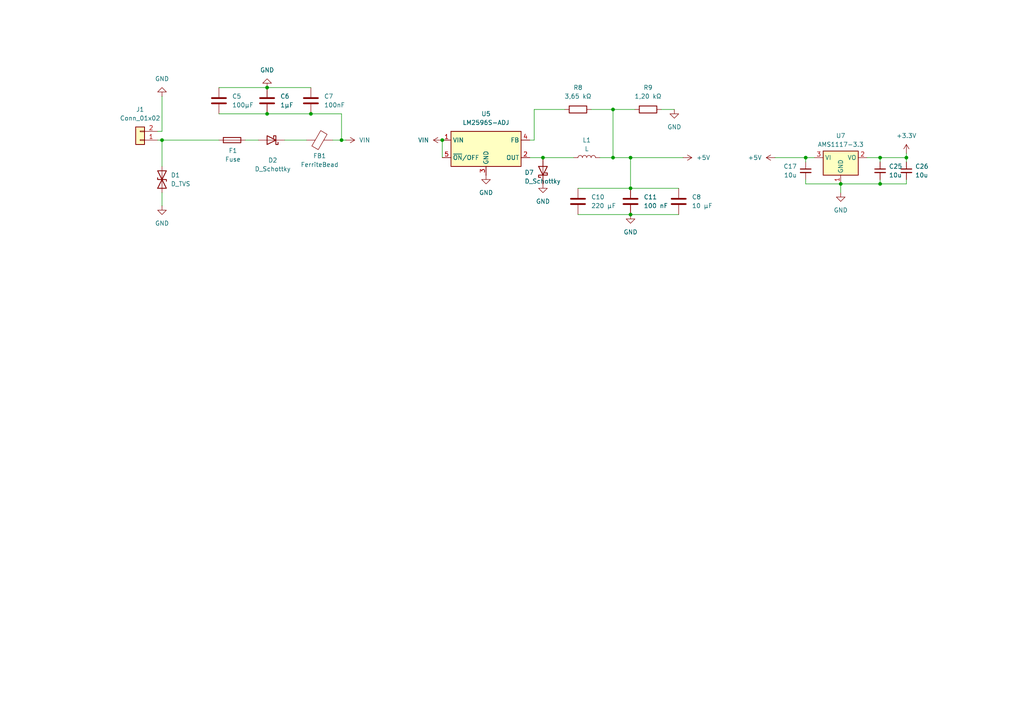
<source format=kicad_sch>
(kicad_sch (version 20250114) (generator "eeschema") (generator_version "9.0")
  (paper "A4")
  (lib_symbols
    (symbol "Connector_Generic:Conn_01x02" (pin_names (offset 1.016) (hide yes))
      (property "Reference" "J" (at 0 2.54 0))
      (property "Value" "Conn_01x02" (at 0 -5.08 0))
      (symbol "Conn_01x02_1_1"
        (rectangle (start -1.27 1.27) (end 1.27 -3.81) (stroke (width 0.254)) (fill (type background)))
        (rectangle (start -1.27 0.127) (end 0 -0.127) (stroke (width 0.1524)))
        (rectangle (start -1.27 -2.413) (end 0 -2.667) (stroke (width 0.1524)))
        (pin passive line (at -5.08 0 0) (length 3.81) (name "Pin_1") (number "1"))
        (pin passive line (at -5.08 -2.54 0) (length 3.81) (name "Pin_2") (number "2"))
      )
    )
    (symbol "Device:C" (pin_numbers (hide yes)) (pin_names (offset 0.254))
      (property "Reference" "C" (at 0.635 2.54 0))
      (property "Value" "C" (at 0.635 -2.54 0))
      (symbol "C_0_1"
        (polyline (pts (xy -2.032 0.762) (xy 2.032 0.762)) (stroke (width 0.508)))
        (polyline (pts (xy -2.032 -0.762) (xy 2.032 -0.762)) (stroke (width 0.508)))
      )
      (symbol "C_1_1"
        (pin passive line (at 0 3.81 270) (length 2.794) (name "~") (number "1"))
        (pin passive line (at 0 -3.81 90) (length 2.794) (name "~") (number "2"))
      )
    )
    (symbol "Device:C_Small" (pin_numbers (hide yes)) (pin_names (offset 0.254) (hide yes))
      (property "Reference" "C" (at 0.254 1.778 0))
      (property "Value" "C_Small" (at 0.254 -2.032 0))
      (symbol "C_Small_0_1"
        (polyline (pts (xy -1.524 0.508) (xy 1.524 0.508)) (stroke (width 0.3048)))
        (polyline (pts (xy -1.524 -0.508) (xy 1.524 -0.508)) (stroke (width 0.3302)))
      )
      (symbol "C_Small_1_1"
        (pin passive line (at 0 2.54 270) (length 2.032) (name "~") (number "1"))
        (pin passive line (at 0 -2.54 90) (length 2.032) (name "~") (number "2"))
      )
    )
    (symbol "Device:D_Schottky" (pin_numbers (hide yes)) (pin_names (offset 1.016) (hide yes))
      (property "Reference" "D" (at 0 2.54 0))
      (property "Value" "D_Schottky" (at 0 -2.54 0))
      (symbol "D_Schottky_0_1"
        (polyline (pts (xy -1.905 0.635) (xy -1.905 1.27) (xy -1.27 1.27) (xy -1.27 -1.27) (xy -0.635 -1.27) (xy -0.635 -0.635)) (stroke (width 0.254)))
        (polyline (pts (xy 1.27 1.27) (xy 1.27 -1.27) (xy -1.27 0) (xy 1.27 1.27)) (stroke (width 0.254)))
        (polyline (pts (xy 1.27 0) (xy -1.27 0)))
      )
      (symbol "D_Schottky_1_1"
        (pin passive line (at -3.81 0 0) (length 2.54) (name "K") (number "1"))
        (pin passive line (at 3.81 0 180) (length 2.54) (name "A") (number "2"))
      )
    )
    (symbol "Device:D_TVS" (pin_numbers (hide yes)) (pin_names (offset 1.016) (hide yes))
      (property "Reference" "D" (at 0 2.54 0))
      (property "Value" "D_TVS" (at 0 -2.54 0))
      (symbol "D_TVS_0_1"
        (polyline (pts (xy -2.54 1.27) (xy -2.54 -1.27) (xy 2.54 1.27) (xy 2.54 -1.27) (xy -2.54 1.27)) (stroke (width 0.254)))
        (polyline (pts (xy 0.508 1.27) (xy 0 1.27) (xy 0 -1.27) (xy -0.508 -1.27)) (stroke (width 0.254)))
        (polyline (pts (xy 1.27 0) (xy -1.27 0)))
      )
      (symbol "D_TVS_1_1"
        (pin passive line (at -3.81 0 0) (length 2.54) (name "A1") (number "1"))
        (pin passive line (at 3.81 0 180) (length 2.54) (name "A2") (number "2"))
      )
    )
    (symbol "Device:FerriteBead" (pin_numbers (hide yes)) (pin_names (offset 0))
      (property "Reference" "FB" (at -3.81 0.635 90))
      (property "Value" "FerriteBead" (at 3.81 0 90))
      (symbol "FerriteBead_0_1"
        (polyline (pts (xy -2.7686 0.4064) (xy -1.7018 2.2606) (xy 2.7686 -0.3048) (xy 1.6764 -2.159) (xy -2.7686 0.4064)))
        (polyline (pts (xy 0 1.27) (xy 0 1.2954)))
        (polyline (pts (xy 0 -1.27) (xy 0 -1.2192)))
      )
      (symbol "FerriteBead_1_1"
        (pin passive line (at 0 3.81 270) (length 2.54) (name "~") (number "1"))
        (pin passive line (at 0 -3.81 90) (length 2.54) (name "~") (number "2"))
      )
    )
    (symbol "Device:Fuse" (pin_numbers (hide yes)) (pin_names (offset 0))
      (property "Reference" "F" (at 2.032 0 90))
      (property "Value" "Fuse" (at -1.905 0 90))
      (symbol "Fuse_0_1"
        (rectangle (start -0.762 -2.54) (end 0.762 2.54) (stroke (width 0.254)))
        (polyline (pts (xy 0 2.54) (xy 0 -2.54)))
      )
      (symbol "Fuse_1_1"
        (pin passive line (at 0 3.81 270) (length 1.27) (name "~") (number "1"))
        (pin passive line (at 0 -3.81 90) (length 1.27) (name "~") (number "2"))
      )
    )
    (symbol "Device:L" (pin_numbers (hide yes)) (pin_names (offset 1.016) (hide yes))
      (property "Reference" "L" (at -1.27 0 90))
      (property "Value" "L" (at 1.905 0 90))
      (symbol "L_0_1"
        (arc (start 0 2.54) (mid 0.6323 1.905) (end 0 1.27))
        (arc (start 0 1.27) (mid 0.6323 0.635) (end 0 0))
        (arc (start 0 0) (mid 0.6323 -0.635) (end 0 -1.27))
        (arc (start 0 -1.27) (mid 0.6323 -1.905) (end 0 -2.54))
      )
      (symbol "L_1_1"
        (pin passive line (at 0 3.81 270) (length 1.27) (name "1") (number "1"))
        (pin passive line (at 0 -3.81 90) (length 1.27) (name "2") (number "2"))
      )
    )
    (symbol "Device:R" (pin_numbers (hide yes)) (pin_names (offset 0))
      (property "Reference" "R" (at 2.032 0 90))
      (property "Value" "R" (at 0 0 90))
      (symbol "R_0_1"
        (rectangle (start -1.016 -2.54) (end 1.016 2.54) (stroke (width 0.254)))
      )
      (symbol "R_1_1"
        (pin passive line (at 0 3.81 270) (length 1.27) (name "~") (number "1"))
        (pin passive line (at 0 -3.81 90) (length 1.27) (name "~") (number "2"))
      )
    )
    (symbol "Regulator_Linear:AMS1117-3.3"
      (property "Reference" "U" (at -3.81 3.175 0))
      (property "Value" "AMS1117-3.3" (at 0 3.175 0))
      (symbol "AMS1117-3.3_0_1"
        (rectangle (start -5.08 -5.08) (end 5.08 1.905) (stroke (width 0.254)) (fill (type background)))
      )
      (symbol "AMS1117-3.3_1_1"
        (pin power_in line (at -7.62 0 0) (length 2.54) (name "VI") (number "3"))
        (pin power_in line (at 0 -7.62 90) (length 2.54) (name "GND") (number "1"))
        (pin power_out line (at 7.62 0 180) (length 2.54) (name "VO") (number "2"))
      )
    )
    (symbol "Regulator_Switching:LM2596S-ADJ"
      (property "Reference" "U" (at -10.16 6.35 0))
      (property "Value" "LM2596S-ADJ" (at 0 6.35 0))
      (symbol "LM2596S-ADJ_0_1"
        (rectangle (start -10.16 5.08) (end 10.16 -5.08) (stroke (width 0.254)) (fill (type background)))
      )
      (symbol "LM2596S-ADJ_1_1"
        (pin power_in line (at -12.7 2.54 0) (length 2.54) (name "VIN") (number "1"))
        (pin input line (at -12.7 -2.54 0) (length 2.54) (name "~{ON}/OFF") (number "5"))
        (pin power_in line (at 0 -7.62 90) (length 2.54) (name "GND") (number "3"))
        (pin input line (at 12.7 2.54 180) (length 2.54) (name "FB") (number "4"))
        (pin output line (at 12.7 -2.54 180) (length 2.54) (name "OUT") (number "2"))
      )
    )
    (symbol "power:+3.3V" (power) (pin_numbers (hide yes)) (pin_names (offset 0) (hide yes))
      (property "Value" "+3.3V" (at 0 3.556 0))
      (symbol "+3.3V_0_1"
        (polyline (pts (xy -0.762 1.27) (xy 0 2.54)))
        (polyline (pts (xy 0 2.54) (xy 0.762 1.27)))
        (polyline (pts (xy 0 0) (xy 0 2.54)))
      )
      (symbol "+3.3V_1_1"
        (pin power_in line (at 0 0 90) (length 0) (name "~") (number "1"))
      )
    )
    (symbol "power:+5V" (power) (pin_numbers (hide yes)) (pin_names (offset 0) (hide yes))
      (property "Value" "+5V" (at 0 3.556 0))
      (symbol "+5V_0_1"
        (polyline (pts (xy -0.762 1.27) (xy 0 2.54)))
        (polyline (pts (xy 0 2.54) (xy 0.762 1.27)))
        (polyline (pts (xy 0 0) (xy 0 2.54)))
      )
      (symbol "+5V_1_1"
        (pin power_in line (at 0 0 90) (length 0) (name "~") (number "1"))
      )
    )
    (symbol "power:GND" (power) (pin_numbers (hide yes)) (pin_names (offset 0) (hide yes))
      (property "Value" "GND" (at 0 -3.81 0))
      (symbol "GND_0_1"
        (polyline (pts (xy 0 0) (xy 0 -1.27) (xy 1.27 -1.27) (xy 0 -2.54) (xy -1.27 -1.27) (xy 0 -1.27)))
      )
      (symbol "GND_1_1"
        (pin power_in line (at 0 0 270) (length 0) (name "~") (number "1"))
      )
    )
    (symbol "power:VCC" (power) (pin_numbers (hide yes)) (pin_names (offset 0) (hide yes))
      (property "Value" "VCC" (at 0 3.556 0))
      (symbol "VCC_0_1"
        (polyline (pts (xy -0.762 1.27) (xy 0 2.54)))
        (polyline (pts (xy 0 2.54) (xy 0.762 1.27)))
        (polyline (pts (xy 0 0) (xy 0 2.54)))
      )
      (symbol "VCC_1_1"
        (pin power_in line (at 0 0 90) (length 0) (name "~") (number "1"))
      )
    )
  )
  (junction (at 99.06 40.64))
  (junction (at 182.88 45.72))
  (junction (at 90.17 33.02))
  (junction (at 243.84 53.34))
  (junction (at 262.89 45.72))
  (junction (at 255.27 53.34))
  (junction (at 177.8 45.72))
  (junction (at 182.88 62.23))
  (junction (at 128.27 40.64))
  (junction (at 177.8 31.75))
  (junction (at 46.99 40.64))
  (junction (at 157.48 45.72))
  (junction (at 77.47 33.02))
  (junction (at 233.68 45.72))
  (junction (at 77.47 25.4))
  (junction (at 255.27 45.72))
  (junction (at 182.88 54.61))
  (wire (pts (xy 177.8 45.72) (xy 182.88 45.72)))
  (wire (pts (xy 99.06 33.02) (xy 99.06 40.64)))
  (wire (pts (xy 167.64 54.61) (xy 182.88 54.61)))
  (wire (pts (xy 262.89 46.99) (xy 262.89 45.72)))
  (wire (pts (xy 173.99 45.72) (xy 177.8 45.72)))
  (wire (pts (xy 171.45 31.75) (xy 177.8 31.75)))
  (wire (pts (xy 63.5 25.4) (xy 77.47 25.4)))
  (wire (pts (xy 46.99 40.64) (xy 63.5 40.64)))
  (wire (pts (xy 262.89 44.45) (xy 262.89 45.72)))
  (wire (pts (xy 157.48 45.72) (xy 153.67 45.72)))
  (wire (pts (xy 182.88 45.72) (xy 182.88 54.61)))
  (wire (pts (xy 71.12 40.64) (xy 74.93 40.64)))
  (wire (pts (xy 46.99 55.88) (xy 46.99 59.69)))
  (wire (pts (xy 45.72 40.64) (xy 46.99 40.64)))
  (wire (pts (xy 46.99 27.94) (xy 46.99 38.1)))
  (wire (pts (xy 243.84 53.34) (xy 243.84 55.88)))
  (wire (pts (xy 77.47 33.02) (xy 90.17 33.02)))
  (wire (pts (xy 233.68 52.07) (xy 233.68 53.34)))
  (wire (pts (xy 46.99 40.64) (xy 46.99 48.26)))
  (wire (pts (xy 167.64 62.23) (xy 182.88 62.23)))
  (wire (pts (xy 255.27 45.72) (xy 262.89 45.72)))
  (wire (pts (xy 96.52 40.64) (xy 99.06 40.64)))
  (wire (pts (xy 128.27 40.64) (xy 128.27 45.72)))
  (wire (pts (xy 90.17 33.02) (xy 99.06 33.02)))
  (wire (pts (xy 157.48 45.72) (xy 166.37 45.72)))
  (wire (pts (xy 233.68 46.99) (xy 233.68 45.72)))
  (wire (pts (xy 233.68 45.72) (xy 236.22 45.72)))
  (wire (pts (xy 177.8 31.75) (xy 184.15 31.75)))
  (wire (pts (xy 255.27 53.34) (xy 262.89 53.34)))
  (wire (pts (xy 182.88 62.23) (xy 196.85 62.23)))
  (wire (pts (xy 243.84 53.34) (xy 255.27 53.34)))
  (wire (pts (xy 163.83 31.75) (xy 154.94 31.75)))
  (wire (pts (xy 255.27 46.99) (xy 255.27 45.72)))
  (wire (pts (xy 182.88 45.72) (xy 198.12 45.72)))
  (wire (pts (xy 182.88 54.61) (xy 196.85 54.61)))
  (wire (pts (xy 224.79 45.72) (xy 233.68 45.72)))
  (wire (pts (xy 63.5 33.02) (xy 77.47 33.02)))
  (wire (pts (xy 45.72 38.1) (xy 46.99 38.1)))
  (wire (pts (xy 77.47 25.4) (xy 90.17 25.4)))
  (wire (pts (xy 251.46 45.72) (xy 255.27 45.72)))
  (wire (pts (xy 154.94 40.64) (xy 153.67 40.64)))
  (wire (pts (xy 255.27 53.34) (xy 255.27 52.07)))
  (wire (pts (xy 177.8 31.75) (xy 177.8 45.72)))
  (wire (pts (xy 262.89 52.07) (xy 262.89 53.34)))
  (wire (pts (xy 154.94 31.75) (xy 154.94 40.64)))
  (wire (pts (xy 191.77 31.75) (xy 195.58 31.75)))
  (wire (pts (xy 99.06 40.64) (xy 100.33 40.64)))
  (wire (pts (xy 233.68 53.34) (xy 243.84 53.34)))
  (wire (pts (xy 82.55 40.64) (xy 88.9 40.64)))
  (symbol (lib_id "power:GND") (at 195.58 31.75 0) (unit 1)
    (property "Reference" "#PWR010" (effects (hide yes)))
    (property "Value" "GND" (at 195.58 36.83 0))
    (property "Description" "Power symbol creates a global label with name \"GND\" , ground" (effects (hide yes)))
  )
  (symbol (lib_id "Device:C") (at 63.5 29.21 0) (unit 1)
    (property "Reference" "C5" (at 67.31 27.9399 0) (effects (justify left)))
    (property "Value" "100µF" (at 67.31 30.4799 0) (effects (justify left)))
    (property "Footprint" "Capacitor_SMD:C_0805_2012Metric" (effects (hide yes)))
    (property "Description" "Unpolarized capacitor" (effects (hide yes)))
  )
  (symbol (lib_id "Device:C_Small") (at 233.68 49.53 0) (unit 1)
    (property "Reference" "C17" (at 231.14 48.2662 0) (effects (justify right)))
    (property "Value" "10u" (at 231.14 50.8062 0) (effects (justify right)))
    (property "Footprint" "Capacitor_SMD:C_0805_2012Metric" (effects (hide yes)))
    (property "Description" "Unpolarized capacitor, small symbol" (effects (hide yes)))
    (property "LCSC Part" "C15850" (effects (hide yes)))
  )
  (symbol (lib_id "Device:C") (at 167.64 58.42 0) (unit 1)
    (property "Reference" "C10" (at 171.45 57.1499 0) (effects (justify left)))
    (property "Value" "220 µF" (at 171.45 59.6899 0) (effects (justify left)))
    (property "Footprint" "Capacitor_SMD:C_0805_2012Metric" (effects (hide yes)))
    (property "Description" "Unpolarized capacitor" (effects (hide yes)))
  )
  (symbol (lib_id "power:VCC") (at 128.27 40.64 90) (unit 1)
    (property "Reference" "#PWR09" (effects (hide yes)))
    (property "Value" "VIN" (at 124.46 40.6399 90) (effects (justify left)))
    (property "Description" "Power symbol creates a global label with name \"VCC\"" (effects (hide yes)))
  )
  (symbol (lib_id "Device:C") (at 90.17 29.21 0) (unit 1)
    (property "Reference" "C7" (at 93.98 27.9399 0) (effects (justify left)))
    (property "Value" "100nF" (at 93.98 30.4799 0) (effects (justify left)))
    (property "Footprint" "Capacitor_SMD:C_0805_2012Metric" (effects (hide yes)))
    (property "Description" "Unpolarized capacitor" (effects (hide yes)))
  )
  (symbol (lib_id "power:VCC") (at 100.33 40.64 270) (unit 1)
    (property "Reference" "#PWR08" (effects (hide yes)))
    (property "Value" "VIN" (at 104.14 40.6399 90) (effects (justify left)))
    (property "Description" "Power symbol creates a global label with name \"VCC\"" (effects (hide yes)))
  )
  (symbol (lib_id "power:+5V") (at 224.79 45.72 90) (unit 1)
    (property "Reference" "#PWR019" (effects (hide yes)))
    (property "Value" "+5V" (at 220.98 45.7199 90) (effects (justify left)))
    (property "Description" "Power symbol creates a global label with name \"+5V\"" (effects (hide yes)))
  )
  (symbol (lib_id "power:GND") (at 140.97 50.8 0) (unit 1)
    (property "Reference" "#PWR07" (effects (hide yes)))
    (property "Value" "GND" (at 140.97 55.88 0))
    (property "Description" "Power symbol creates a global label with name \"GND\" , ground" (effects (hide yes)))
  )
  (symbol (lib_id "Regulator_Switching:LM2596S-ADJ") (at 140.97 43.18 0) (unit 1)
    (property "Reference" "U5" (at 140.97 33.02 0))
    (property "Value" "LM2596S-ADJ" (at 140.97 35.56 0))
    (property "Footprint" "Package_TO_SOT_SMD:TO-263-5_TabPin3" (effects (hide yes)))
    (property "Datasheet" "http://www.ti.com/lit/ds/symlink/lm2596.pdf" (effects (hide yes)))
    (property "Description" "Adjustable 3A Step-Down Voltage Regulator, TO-263" (effects (hide yes)))
  )
  (symbol (lib_id "Device:R") (at 167.64 31.75 270) (unit 1)
    (property "Reference" "R8" (at 167.64 25.4 90))
    (property "Value" "3,65 kΩ" (at 167.64 27.94 90))
    (property "Footprint" "Resistor_SMD:R_0805_2012Metric" (effects (hide yes)))
    (property "Description" "Resistor" (effects (hide yes)))
  )
  (symbol (lib_id "Regulator_Linear:AMS1117-3.3") (at 243.84 45.72 0) (unit 1)
    (property "Reference" "U7" (at 243.84 39.37 0))
    (property "Value" "AMS1117-3.3" (at 243.84 41.91 0))
    (property "Footprint" "Package_TO_SOT_SMD:SOT-223-3_TabPin2" (effects (hide yes)))
    (property "Datasheet" "http://www.advanced-monolithic.com/pdf/ds1117.pdf" (effects (hide yes)))
    (property "Description" "1A Low Dropout regulator, positive, 3.3V fixed output, SOT-223" (effects (hide yes)))
    (property "LCSC Part" "C347222" (effects (hide yes)))
  )
  (symbol (lib_id "power:+5V") (at 198.12 45.72 270) (unit 1)
    (property "Reference" "#PWR06" (effects (hide yes)))
    (property "Value" "+5V" (at 201.93 45.7199 90) (effects (justify left)))
    (property "Description" "Power symbol creates a global label with name \"+5V\"" (effects (hide yes)))
  )
  (symbol (lib_id "power:+3.3V") (at 262.89 44.45 0) (unit 1)
    (property "Reference" "#PWR01" (effects (hide yes)))
    (property "Value" "+3.3V" (at 262.89 39.37 0))
    (property "Description" "Power symbol creates a global label with name \"+3.3V\"" (effects (hide yes)))
  )
  (symbol (lib_id "Device:C") (at 196.85 58.42 0) (unit 1)
    (property "Reference" "C8" (at 200.66 57.1499 0) (effects (justify left)))
    (property "Value" "10 µF" (at 200.66 59.6899 0) (effects (justify left)))
    (property "Footprint" "Capacitor_SMD:C_0805_2012Metric" (effects (hide yes)))
    (property "Description" "Unpolarized capacitor" (effects (hide yes)))
  )
  (symbol (lib_id "Device:L") (at 170.18 45.72 90) (unit 1)
    (property "Reference" "L1" (at 170.18 40.64 90))
    (property "Value" "L" (at 170.18 43.18 90))
    (property "Footprint" "Inductor_SMD:L_Bourns_SRN6045TA" (effects (hide yes)))
    (property "Description" "Inductor" (effects (hide yes)))
  )
  (symbol (lib_id "Device:C") (at 77.47 29.21 0) (unit 1)
    (property "Reference" "C6" (at 81.28 27.9399 0) (effects (justify left)))
    (property "Value" "1µF" (at 81.28 30.4799 0) (effects (justify left)))
    (property "Footprint" "Capacitor_SMD:C_0805_2012Metric" (effects (hide yes)))
    (property "Description" "Unpolarized capacitor" (effects (hide yes)))
  )
  (symbol (lib_id "Device:D_Schottky") (at 78.74 40.64 180) (unit 1)
    (property "Reference" "D2" (at 79.1083 46.482 0))
    (property "Value" "D_Schottky" (at 79.1083 49.022 0))
    (property "Footprint" "Diode_SMD:D_SMA" (effects (hide yes)))
    (property "Description" "Schottky diode" (effects (hide yes)))
  )
  (symbol (lib_id "Device:C") (at 182.88 58.42 0) (unit 1)
    (property "Reference" "C11" (at 186.69 57.1499 0) (effects (justify left)))
    (property "Value" "100 nF" (at 186.69 59.6899 0) (effects (justify left)))
    (property "Footprint" "Capacitor_SMD:C_0805_2012Metric" (effects (hide yes)))
    (property "Description" "Unpolarized capacitor" (effects (hide yes)))
  )
  (symbol (lib_id "power:GND") (at 243.84 55.88 0) (unit 1)
    (property "Reference" "#PWR017" (effects (hide yes)))
    (property "Value" "GND" (at 243.84 60.96 0))
    (property "Description" "Power symbol creates a global label with name \"GND\" , ground" (effects (hide yes)))
  )
  (symbol (lib_id "power:GND") (at 46.99 59.69 0) (unit 1)
    (property "Reference" "#PWR04" (effects (hide yes)))
    (property "Value" "GND" (at 46.99 64.77 0))
    (property "Description" "Power symbol creates a global label with name \"GND\" , ground" (effects (hide yes)))
  )
  (symbol (lib_id "power:GND") (at 157.48 53.34 0) (unit 1)
    (property "Reference" "#PWR016" (effects (hide yes)))
    (property "Value" "GND" (at 157.48 58.42 0))
    (property "Description" "Power symbol creates a global label with name \"GND\" , ground" (effects (hide yes)))
  )
  (symbol (lib_id "Device:C_Small") (at 255.27 49.53 0) (unit 1)
    (property "Reference" "C25" (at 257.81 48.2662 0) (effects (justify left)))
    (property "Value" "10u" (at 257.81 50.8062 0) (effects (justify left)))
    (property "Footprint" "Capacitor_SMD:C_0805_2012Metric" (effects (hide yes)))
    (property "Description" "Unpolarized capacitor, small symbol" (effects (hide yes)))
    (property "LCSC Part" "C15850" (effects (hide yes)))
  )
  (symbol (lib_id "Device:R") (at 187.96 31.75 90) (unit 1)
    (property "Reference" "R9" (at 187.96 25.4 90))
    (property "Value" "1,20 kΩ" (at 187.96 27.94 90))
    (property "Footprint" "Resistor_SMD:R_0805_2012Metric" (effects (hide yes)))
    (property "Description" "Resistor" (effects (hide yes)))
  )
  (symbol (lib_id "Device:C_Small") (at 262.89 49.53 0) (unit 1)
    (property "Reference" "C26" (at 265.43 48.2662 0) (effects (justify left)))
    (property "Value" "10u" (at 265.43 50.8062 0) (effects (justify left)))
    (property "Footprint" "Capacitor_SMD:C_0805_2012Metric" (effects (hide yes)))
    (property "Description" "Unpolarized capacitor, small symbol" (effects (hide yes)))
    (property "LCSC Part" "C15850" (effects (hide yes)))
  )
  (symbol (lib_id "power:GND") (at 182.88 62.23 0) (unit 1)
    (property "Reference" "#PWR014" (effects (hide yes)))
    (property "Value" "GND" (at 182.88 67.31 0))
    (property "Description" "Power symbol creates a global label with name \"GND\" , ground" (effects (hide yes)))
  )
  (symbol (lib_id "Device:Fuse") (at 67.31 40.64 90) (unit 1)
    (property "Reference" "F1" (at 67.564 43.688 90))
    (property "Value" "Fuse" (at 67.564 46.228 90))
    (property "Footprint" "Fuse:Fuse_1812_4532Metric" (effects (hide yes)))
    (property "Description" "Fuse" (effects (hide yes)))
  )
  (symbol (lib_id "Connector_Generic:Conn_01x02") (at 40.64 40.64 180) (unit 1)
    (property "Reference" "J1" (at 40.64 31.75 0))
    (property "Value" "Conn_01x02" (at 40.64 34.29 0))
    (property "Footprint" "Connector_PinHeader_2.54mm:PinHeader_1x02_P2.54mm_Vertical" (effects (hide yes)))
    (property "Description" "Generic connector, single row, 01x02, script generated (kicad-library-utils/schlib/autogen/connector/)" (effects (hide yes)))
  )
  (symbol (lib_id "power:GND") (at 77.47 25.4 180) (unit 1)
    (property "Reference" "#PWR015" (effects (hide yes)))
    (property "Value" "GND" (at 77.47 20.32 0))
    (property "Description" "Power symbol creates a global label with name \"GND\" , ground" (effects (hide yes)))
  )
  (symbol (lib_id "power:GND") (at 46.99 27.94 180) (unit 1)
    (property "Reference" "#PWR05" (effects (hide yes)))
    (property "Value" "GND" (at 46.99 22.86 0))
    (property "Description" "Power symbol creates a global label with name \"GND\" , ground" (effects (hide yes)))
  )
  (symbol (lib_id "Device:FerriteBead") (at 92.71 40.64 90) (unit 1)
    (property "Reference" "FB1" (at 92.71 45.212 90))
    (property "Value" "FerriteBead" (at 92.71 47.752 90))
    (property "Footprint" "Inductor_SMD:L_0805_2012Metric" (effects (hide yes)))
    (property "Description" "Ferrite bead" (effects (hide yes)))
  )
  (symbol (lib_id "Device:D_Schottky") (at 157.48 49.53 90) (unit 1)
    (property "Reference" "D7" (at 152.146 50.038 90) (effects (justify right)))
    (property "Value" "D_Schottky" (at 152.146 52.578 90) (effects (justify right)))
    (property "Footprint" "Diode_SMD:D_SMA" (effects (hide yes)))
    (property "Description" "Schottky diode" (effects (hide yes)))
  )
  (symbol (lib_id "Device:D_TVS") (at 46.99 52.07 90) (unit 1)
    (property "Reference" "D1" (at 49.53 50.7999 90) (effects (justify right)))
    (property "Value" "D_TVS" (at 49.53 53.3399 90) (effects (justify right)))
    (property "Footprint" "Diode_SMD:D_SMA" (effects (hide yes)))
    (property "Description" "Bidirectional transient-voltage-suppression diode" (effects (hide yes)))
  )
)
</source>
